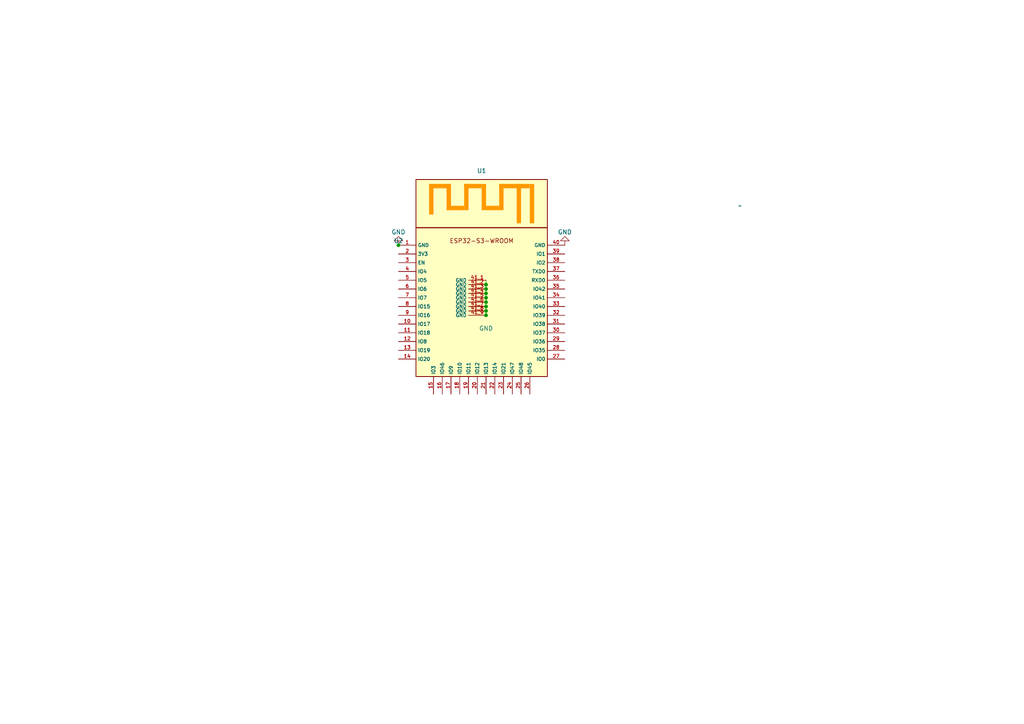
<source format=kicad_sch>
(kicad_sch (version 20230121) (generator eeschema)
  (paper "A4")
  (lib_symbols
    (symbol "Ivar_lib:ESP32-S3-WROOM_ivarlib"
      (property "Reference" "U" (at 0 20.32 0))
      (symbol "ESP32-S3-WROOM_ivarlib_0_0"
        (pin bidirectional line (at -24.13 -6.35 0) (length 5.08) (name "IO17") (number "10"))
        (pin bidirectional line (at -24.13 -8.89 0) (length 5.08) (name "IO18") (number "11"))
        (pin bidirectional line (at -24.13 -11.43 0) (length 5.08) (name "IO8") (number "12"))
        (pin bidirectional line (at -24.13 -13.97 0) (length 5.08) (name "IO19") (number "13"))
        (pin bidirectional line (at -24.13 -16.51 0) (length 5.08) (name "IO20") (number "14"))
        (pin bidirectional line (at -13.97 -26.67 90) (length 5.08) (name "IO3") (number "15"))
        (pin bidirectional line (at -11.43 -26.67 90) (length 5.08) (name "IO46") (number "16"))
        (pin bidirectional line (at -8.89 -26.67 90) (length 5.08) (name "IO9") (number "17"))
        (pin bidirectional line (at -6.35 -26.67 90) (length 5.08) (name "IO10") (number "18"))
        (pin bidirectional line (at -3.81 -26.67 90) (length 5.08) (name "IO11") (number "19"))
        (pin power_in line (at -24.13 13.97 0) (length 5.08) (name "3V3") (number "2"))
        (pin bidirectional line (at -1.27 -26.67 90) (length 5.08) (name "IO12") (number "20"))
        (pin bidirectional line (at 1.27 -26.67 90) (length 5.08) (name "IO13") (number "21"))
        (pin bidirectional line (at 3.81 -26.67 90) (length 5.08) (name "IO14") (number "22"))
        (pin bidirectional line (at 6.35 -26.67 90) (length 5.08) (name "IO21") (number "23"))
        (pin bidirectional line (at 8.89 -26.67 90) (length 5.08) (name "IO47") (number "24"))
        (pin bidirectional line (at 11.43 -26.67 90) (length 5.08) (name "IO48") (number "25"))
        (pin bidirectional line (at 13.97 -26.67 90) (length 5.08) (name "IO45") (number "26"))
        (pin bidirectional line (at 24.13 -16.51 180) (length 5.08) (name "IO0") (number "27"))
        (pin bidirectional line (at 24.13 -13.97 180) (length 5.08) (name "IO35") (number "28"))
        (pin bidirectional line (at 24.13 -11.43 180) (length 5.08) (name "IO36") (number "29"))
        (pin input line (at -24.13 11.43 0) (length 5.08) (name "EN") (number "3"))
        (pin bidirectional line (at 24.13 -8.89 180) (length 5.08) (name "IO37") (number "30"))
        (pin bidirectional line (at 24.13 -6.35 180) (length 5.08) (name "IO38") (number "31"))
        (pin bidirectional line (at 24.13 -3.81 180) (length 5.08) (name "IO39") (number "32"))
        (pin bidirectional line (at 24.13 -1.27 180) (length 5.08) (name "IO40") (number "33"))
        (pin bidirectional line (at 24.13 1.27 180) (length 5.08) (name "IO41") (number "34"))
        (pin bidirectional line (at 24.13 3.81 180) (length 5.08) (name "IO42") (number "35"))
        (pin bidirectional line (at 24.13 6.35 180) (length 5.08) (name "RXD0") (number "36"))
        (pin bidirectional line (at 24.13 8.89 180) (length 5.08) (name "TXD0") (number "37"))
        (pin bidirectional line (at 24.13 11.43 180) (length 5.08) (name "IO2") (number "38"))
        (pin bidirectional line (at 24.13 13.97 180) (length 5.08) (name "IO1") (number "39"))
        (pin bidirectional line (at -24.13 8.89 0) (length 5.08) (name "IO4") (number "4"))
        (pin bidirectional line (at -24.13 6.35 0) (length 5.08) (name "IO5") (number "5"))
        (pin bidirectional line (at -24.13 3.81 0) (length 5.08) (name "IO6") (number "6"))
        (pin bidirectional line (at -24.13 1.27 0) (length 5.08) (name "IO7") (number "7"))
        (pin bidirectional line (at -24.13 -1.27 0) (length 5.08) (name "IO15") (number "8"))
        (pin bidirectional line (at -24.13 -3.81 0) (length 5.08) (name "IO16") (number "9"))
      )
      (symbol "ESP32-S3-WROOM_ivarlib_1_0"
        (rectangle (start -19.05 21.59) (end 19.05 -21.59) (stroke (width 0.25)) (fill (type background)))
        (pin power_in line (at -24.13 16.51 0) (length 5.08) (name "GND") (number "1"))
        (pin power_in line (at 24.13 16.51 180) (length 5.08) (name "GND") (number "40"))
        (pin power_in line (at 1.27 6.35 180) (length 5.08) (name "GND") (number "41_1"))
        (pin power_in line (at 1.27 5.08 180) (length 5.08) (name "GND") (number "41_2"))
        (pin power_in line (at 1.27 3.81 180) (length 5.08) (name "GND") (number "41_3"))
        (pin power_in line (at 1.27 2.54 180) (length 5.08) (name "GND") (number "41_4"))
        (pin power_in line (at 1.27 1.27 180) (length 5.08) (name "GND") (number "41_5"))
        (pin power_in line (at 1.27 0 180) (length 5.08) (name "GND") (number "41_6"))
        (pin power_in line (at 1.27 -1.27 180) (length 5.08) (name "GND") (number "41_7"))
        (pin power_in line (at 1.27 -2.54 180) (length 5.08) (name "GND") (number "41_8"))
        (pin power_in line (at 1.27 -3.81 180) (length 5.08) (name "GND") (number "41_9"))
      )
      (symbol "ESP32-S3-WROOM_ivarlib_1_1"
        (rectangle (start -19.05 35.56) (end 19.05 21.59) (stroke (width 0.25)) (fill (type background)))
        (rectangle (start -15.24 34.29) (end -13.97 25.4) (stroke (width -0.0001)) (fill (type color) (color 255 153 0 1)))
        (rectangle (start -15.24 34.29) (end -10.16 33.02) (stroke (width -0.0001)) (fill (type color) (color 255 153 0 1)))
        (rectangle (start -10.16 34.29) (end -8.89 26.67) (stroke (width -0.0001)) (fill (type color) (color 255 153 0 1)))
        (rectangle (start -8.89 26.67) (end -10.16 34.29) (stroke (width -0.0001)) (fill (type color) (color 255 153 0 1)))
        (rectangle (start -8.89 27.94) (end -5.08 26.67) (stroke (width -0.0001)) (fill (type color) (color 255 153 0 1)))
        (rectangle (start -5.08 34.29) (end -3.81 26.67) (stroke (width -0.0001)) (fill (type color) (color 255 153 0 1)))
        (rectangle (start -5.08 34.29) (end 0 33.02) (stroke (width -0.0001)) (fill (type color) (color 255 153 0 1)))
        (rectangle (start 0 34.29) (end 1.27 26.67) (stroke (width -0.0001)) (fill (type color) (color 255 153 0 1)))
        (rectangle (start 1.27 27.94) (end 5.08 26.67) (stroke (width -0.0001)) (fill (type color) (color 255 153 0 1)))
        (rectangle (start 5.08 34.29) (end 6.35 26.67) (stroke (width -0.0001)) (fill (type color) (color 255 153 0 1)))
        (rectangle (start 5.08 34.29) (end 13.97 33.02) (stroke (width -0.0001)) (fill (type color) (color 255 153 0 1)))
        (rectangle (start 10.16 34.29) (end 11.43 22.86) (stroke (width -0.0001)) (fill (type color) (color 255 153 0 1)))
        (rectangle (start 13.97 34.29) (end 15.24 22.86) (stroke (width -0.0001)) (fill (type color) (color 255 153 0 1)))
        (text "ESP32-S3-WROOM" (at 0 17.78 0) (effects (font (size 1.27 1.27))))
      )
    )
    (symbol "Ivar_lib:power_flag"
      (property "Reference" "U" (at 0 1.27 0))
      (symbol "power_flag_1_0"
        (pin power_out line (at 0 0 90) (length 5.08) hide (name "PWR") (number ""))
      )
    )
    (symbol "power:GND" (power) (pin_names (offset 0))
      (property "Value" "GND" (at 0 -3.81 0))
      (symbol "GND_0_1"
        (polyline (pts (xy 0 0) (xy 0 -1.27) (xy 1.27 -1.27) (xy 0 -2.54) (xy -1.27 -1.27) (xy 0 -1.27)))
      )
      (symbol "GND_1_1"
        (pin power_in line (at 0 0 270) (length 0) hide (name "GND") (number "1"))
      )
    )
  )
  (junction (at 140.97 91.44))
  (junction (at 140.97 88.9))
  (junction (at 140.97 90.17))
  (junction (at 140.97 86.36))
  (junction (at 140.97 82.55))
  (junction (at 140.97 83.82))
  (junction (at 140.97 85.09))
  (junction (at 140.97 87.63))
  (junction (at 115.57 71.12))
  (wire (pts (xy 140.97 88.9) (xy 140.97 90.17)))
  (wire (pts (xy 140.97 87.63) (xy 140.97 88.9)))
  (wire (pts (xy 140.97 81.28) (xy 140.97 82.55)))
  (wire (pts (xy 140.97 86.36) (xy 140.97 87.63)))
  (wire (pts (xy 140.97 85.09) (xy 140.97 86.36)))
  (wire (pts (xy 140.97 90.17) (xy 140.97 91.44)))
  (wire (pts (xy 140.97 83.82) (xy 140.97 85.09)))
  (wire (pts (xy 140.97 82.55) (xy 140.97 83.82)))
  (symbol (lib_id "power:GND") (at 115.57 71.12 180) (unit 1)
    (property "Reference" "#PWR02" (effects hide))
    (property "Value" "GND" (at 115.57 67.31 0))
  )
  (symbol (lib_id "Ivar_lib:ESP32-S3-WROOM_ivarlib") (at 139.7 87.63 0) (unit 1)
    (property "Reference" "U1" (at 139.7 49.53 0))
    (property "Value" "~" (at 214.63 59.69 0))
    (property "Footprint" "ESP32-s3-WROOM-module:XCVR_ESP32-S3-WROOM-1-N16R2" (effects hide))
  )
  (symbol (lib_id "Ivar_lib:power_flag") (at 115.57 71.12 90) (unit 1)
    (property "Reference" "U2" (at 115.57 69.85 90))
    (property "Value" "~" (at 115.57 71.12 0))
  )
  (symbol (lib_id "power:GND") (at 140.97 91.44 0) (unit 1)
    (property "Reference" "#PWR01" (effects hide))
    (property "Value" "GND" (at 140.97 95.25 0))
  )
  (symbol (lib_id "power:GND") (at 163.83 71.12 180) (unit 1)
    (property "Reference" "#PWR03" (effects hide))
    (property "Value" "GND" (at 163.83 67.31 0))
  )
)
</source>
